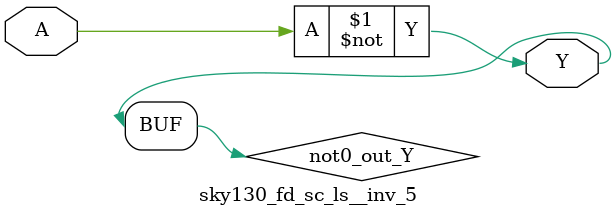
<source format=v>
module sky130_fd_sc_ls__inv_5 (
    Y,
    A
);
    output Y;
    input  A;
    wire not0_out_Y;
    not not0 (not0_out_Y, A              );
    buf buf0 (Y         , not0_out_Y     );
endmodule
</source>
